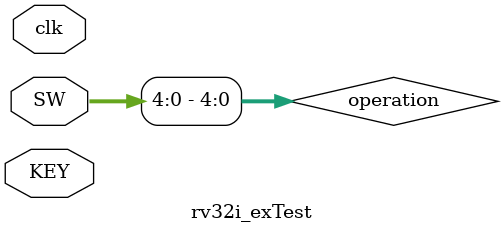
<source format=sv>
/*
    Testing instructions with values where ever possible

    ________________________________________________________________________________________________
    |No. |SW pos |          Instruction Word             | Inst | rs1_data |    rs2      | output   |
    |-----------------------------------------------------------------------------------------------|
    |                       R Instruction                                                           |
    |-----------------------------------------------------------------------------------------------|
    | 0  | 00000 | 0000000 00000 00000 000 00000 0110011 | ADD  | h2000000  | h30000000  | 32000000 |
    | 1  | 00001 | 0100000 00000 00000 000 00000 0110011 | SUB  | d3        | d2         | 00000001 |
    | 2  | 00010 | 0000000 00000 00000 001 00000 0110011 | SLL  | h2000000  | h00000002  | 08000000 |
    | 3  | 00011 | 0000000 00000 00000 010 00000 0110011 | SLT  | d3        | d2         | 00000000 |
    | 4  | 00100 | 0000000 00000 00000 011 00000 0110011 | SLTU | h2000000  | h30000000  | 00000001 |
    | 5  | 00101 | 0000000 00000 00000 100 00000 0110011 | XOR  | d3        | d2         | 00000001 |
    | 6  | 00110 | 0000000 00000 00000 101 00000 0110011 | SRL  | d3        | d2         | 00000000 |
    | 7  | 00111 | 0100000 00000 00000 101 00000 0110011 | SRA  | d3        | d2         | 00000000 |
    | 8  | 01000 | 0000000 00000 00000 110 00000 0110011 | OR   | d3        | d2         | 00000003 |
    | 9  | 01001 | 0000000 00000 00000 111 00000 0110011 | AND  | d3        | d2         | 00000002 |
    |_______________________________________________________________________________________________|
    |                       I Instructions                                                          |
    |-----------------------------------------------------------------------------------------------|
    | 10 | 01010 | 000000000010 00000 000 00000 1100111  | JALR | d3        | DC         | 00000005 |
    | 11 | 01011 | 000000000010 00000 000 00000 0000011  | LB   | d3        | DC         | 00000005 |
    | 12 | 01100 | 000000000010 00000 001 00000 0000011  | LH   | d3        | DC         | 00000005 |
    | 13 | 01101 | 000000000010 00000 010 00000 0000011  | LW   | d3        | DC         | 00000005 |
    | 14 | 01110 | 000000000010 00000 100 00000 0000011  | LBU  | d3        | DC         | 00000005 |
    | 15 | 01111 | 000000000010 00000 101 00000 0000011  | LHU  | d3        | DC         | 00000005 |
    | 16 | 10000 | 000000000010 00000 000 00000 0010011  | ADDI | h2000000  | h456       | 02000456 |
    | 17 | 10001 | 000000000010 00000 010 00000 0010011  | SLTI | d3        | DC         | 00000000 |
    | 18 | 10010 | 000000000010 00000 011 00000 0010011  | SLTIU| d3        | DC         | 00000000 |
    | 19 | 10011 | 000000000010 00000 100 00000 0010011  | XORI | d3        | DC         | 00000001 |
    | 20 | 10100 | 000000000010 00000 110 00000 0010011  | ORI  | d3        | DC         | 00000003 |
    | 21 | 10101 | 000000000010 00000 111 00000 0010011  | ANDI | d3        | DC         | 00000002 |
    | 22 | 10110 | 000000000010 00000 001 00000 0010011  | SLLI | d3        | DC         | 0000000C |
    | 23 | 10111 | 000000000010 00000 101 00000 0010011  | SRLI | d3        | DC         | 00000000 |
    | 24 | 11000 | 000000000010 00000 101 00000 0010011  | SRAI | d3        | DC         | 00000000 |
    |-----------------------------------------------------------------------------------------------|
    |                       U Instructions                                                          |
    |-----------------------------------------------------------------------------------------------|
    | 25 | 11001 | 00000000000000000000 00000 0110111    | LUI  | DC        | DC         | 12345000 |
    | 26 | 11010 | 00000000000000000000 00000 0010111    | AUIPC| DC        | DC         | 00000001 |
    |-----------------------------------------------------------------------------------------------|
    |                       J Instructions                                                          |
    |-----------------------------------------------------------------------------------------------|
    | 27 | 11011 | 00000000000000000000 00000 1101111    | JAL  | h12345678 | DC         | 1234567C |
    |-----------------------------------------------------------------------------------------------|
    |                       S Instructions                                                          |
    |-----------------------------------------------------------------------------------------------|
    | 28 | 11100 | 0100010 00000 00000 000 10110 0100011 |  SB  | h2000000  | DC         | 02000456 |
    | 29 | 11101 | 0100010 00000 00000 001 00000 0100011 |  SH  | d3        | 00000005   | 02000456 |
    | 30 | 11110 | 0100010 00000 00000 010 00000 0100011 |  SW  | d3        | 00000005   | 02000456 |
    |-----------------------------------------------------------------------------------------------|

*/
module rv32i_exTest(
        input clk,
        input [1:0] KEY,
        input [9:0] SW
    );

    wire [4:0] operation = SW[4:0];
    wire [31:0] iw_out;
    wire [31:0] rs1_data_out, rs2_data_out, pc_out;

    // Set instruction word based on switch position
    always @ (SW) begin
        case (operation)
            /*---------------------------------------------------------Register---------------------------------------------------------*/
            5'b00000:
            begin
                iw_out = 32'b00000000000000000000000000110011;          // ADD  => 32000000
                rs1_data_out = 32'h2000000;
                rs2_data_out = 32'h30000000;
            end

            5'b00001:
            begin
                iw_out = 32'b01000000000000000000000000110011;          // SUB  => 00000001
                rs1_data_out = 32'd3;
                rs2_data_out = 32'd2;
            end

            5'b00010:
            begin
                iw_out = 32'b00000000000000000001000000110011;          // SLL  => 08000000
                rs1_data_out = 32'h2000000;
                rs2_data_out = 32'h00000002;
            end

            5'b00011:
            begin
                iw_out = 32'b00000000000000000010000000110011;          // SLT  => 00000000
                rs1_data_out = 32'd3;
                rs2_data_out = 32'd2;
            end

            5'b00100:
            begin
                iw_out = 32'b00000000000000000011000000110011;          // SLTU => 00000001
                rs1_data_out = 32'h2000000;
                rs2_data_out = 32'h30000000;
            end

            5'b11111:
            begin
                iw_out = 32'b00000000000000000011000000110011;          // SLTU => 00000001
                rs1_data_out = 32'h2000000;
                rs2_data_out = 32'h20000000;
            end

            5'b00101:
            begin
                iw_out = 32'b00000000000000000100000000110011;          // XOR  => 00000001
                rs1_data_out = 32'd3;
                rs2_data_out = 32'd2;
            end

            5'b00110:
            begin
                iw_out = 32'b00000000000000000101000000110011;          // SRL  => 00000000
                rs1_data_out = 32'd3;
                rs2_data_out = 32'd2;
            end

            5'b00111:
            begin
                iw_out = 32'b01000000000000000101000000110011;          // SRA  => 00000000
                rs1_data_out = 32'd3;
                rs2_data_out = 32'd2;
            end

            5'b01000:
            begin
                iw_out = 32'b00000000000000000110000000110011;          // OR   => 00000003
                rs1_data_out = 32'd3;
                rs2_data_out = 32'd2;
            end

            5'b01001:
            begin
                iw_out = 32'b00000000000000000111000000110011;          // AND  => 00000002
                rs1_data_out = 32'd3;
                rs2_data_out = 32'd2;
            end

            /*---------------------------------------------------------Immediate---------------------------------------------------------*/
            5'b01010:
            begin
                iw_out = 32'b00000000001000000000000001100111;          // JALR => 00000005
                rs1_data_out = 32'd3;
                rs2_data_out = 32'd2;
            end

            5'b01011:
            begin
                iw_out = 32'b00000000001000000000000000000011;          // LB   => 00000005
                rs1_data_out = 32'd3;
                rs2_data_out = 32'd2;
            end

            5'b01100:
            begin
                iw_out = 32'b00000000001000000001000000000011;          // LH   => 00000005
                rs1_data_out = 32'd3;
                rs2_data_out = 32'd2;
            end

            5'b01101:
            begin
                iw_out = 32'b00000000001000000010000000000011;          // LW   => 00000005
                rs1_data_out = 32'd3;
                rs2_data_out = 32'd2;
            end

            5'b01110:
            begin
                iw_out = 32'b00000000001000000100000000000011;          // LBU  => 00000005
                rs1_data_out = 32'd3;
                rs2_data_out = 32'd2;
            end

            5'b01111:
            begin
                iw_out = 32'b00000000001000000101000000000011;          // LHU  => 00000005
                rs1_data_out = 32'd3;
                rs2_data_out = 32'd2;
            end

            5'b10000:
            begin
                iw_out = 32'b01000101011000000000000000010011;          // ADDI => 02000456
                rs1_data_out = 32'h2000000;
            end

            5'b10001:
            begin
                iw_out = 32'b00000000001000000010000000010011;    // SLTI => 00000000
                rs1_data_out = 32'd3;
                rs2_data_out = 32'd2;
            end

            5'b10010:
            begin
                iw_out = 32'b00000000001000000011000000010011;    // SLTIU=> 00000000
                rs1_data_out = 32'd3;
                rs2_data_out = 32'd2;
            end

            5'b10011:
            begin
                iw_out = 32'b00000000001000000100000000010011;    // XORI => 00000001
                rs1_data_out = 32'd3;
                rs2_data_out = 32'd2;
            end

            5'b10100:
            begin
                iw_out = 32'b00000000001000000110000000010011;    // ORI  => 00000003
                rs1_data_out = 32'd3;
                rs2_data_out = 32'd2;
            end

            5'b10101:
            begin
                iw_out = 32'b00000000001000000111000000010011;    // ANDI => 00000002
                rs1_data_out = 32'd3;
                rs2_data_out = 32'd2;
            end

            5'b10110:
            begin
                iw_out = 32'b00000000001000000001000000010011;    // SLLI => 0000000C
                rs1_data_out = 32'd3;
                rs2_data_out = 32'd2;
            end

            5'b10111:
            begin
                iw_out = 32'b00000000001000000101000000010011;    // SRLI => 00000000
                rs1_data_out = 32'd3;
                rs2_data_out = 32'd2;
            end

            5'b11000:
            begin
                iw_out = 32'b01000000001000000101000000010011;    // SRAI => 00000000
                rs1_data_out = 32'd3;
                rs2_data_out = 32'd2;
            end

            5'b11001:
            begin
                iw_out = 32'b00010010001101000101000000110111;    // LUI  => 00012345
                rs1_data_out = 32'd3;
                rs2_data_out = 32'd2;
            end

            5'b11010:
            begin
                iw_out = 32'b00000000000000000000000000010111;    // AUIPC=> 00000001
                rs1_data_out = 32'd3;
                rs2_data_out = 32'd2;
                pc_out = 32'd1;
            end

            5'b11011:
            begin
                iw_out = 32'b00000000000000000000000001101111;          // JAL => 1234567C
                pc_out = 32'h12345678;
            end

            5'b11100:
            begin
                iw_out = 32'b01000100000000000000101100100011;          // SB   => 02000456
                rs1_data_out = 32'h2000000;
            end

            5'b11101:
            begin
                iw_out = 32'b01000100000000000000101100100011;    // SH   => 00000005
                rs1_data_out = 32'd3;
            end

            5'b11110:
            begin
                iw_out = 32'b01000100000000000000101100100011;    // SW   => 00000005
                rs1_data_out = 32'd3;
            end


            default:  iw_out = 32'b0;
        endcase
    end

    rv32i_exTop test (.clk(ADC_CLK_10), .reset(0), .pc_in(pc_out), .iw_in(iw_out), .rs1_data_in(rs1_data_out), .rs2_data_in(rs2_data_out));      // Instantiate module
endmodule
</source>
